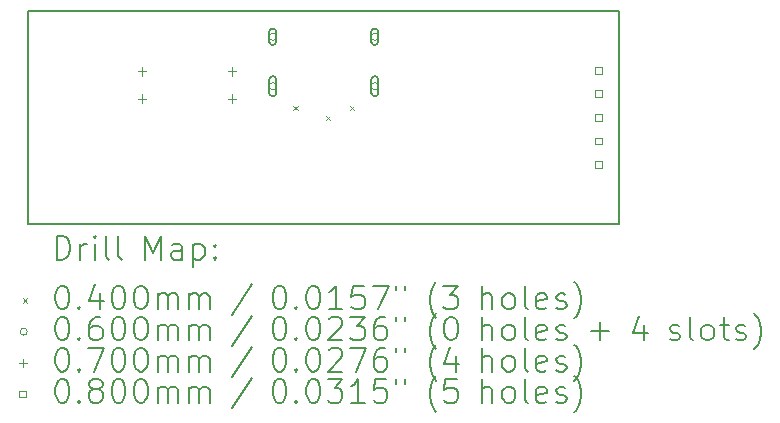
<source format=gbr>
%TF.GenerationSoftware,KiCad,Pcbnew,(7.0.0-0)*%
%TF.CreationDate,2023-08-09T13:50:22+02:00*%
%TF.ProjectId,shine-usb-c,7368696e-652d-4757-9362-2d632e6b6963,1*%
%TF.SameCoordinates,Original*%
%TF.FileFunction,Drillmap*%
%TF.FilePolarity,Positive*%
%FSLAX45Y45*%
G04 Gerber Fmt 4.5, Leading zero omitted, Abs format (unit mm)*
G04 Created by KiCad (PCBNEW (7.0.0-0)) date 2023-08-09 13:50:22*
%MOMM*%
%LPD*%
G01*
G04 APERTURE LIST*
%ADD10C,0.200000*%
%ADD11C,0.040000*%
%ADD12C,0.060000*%
%ADD13C,0.070000*%
%ADD14C,0.080000*%
G04 APERTURE END LIST*
D10*
X12800000Y-8700000D02*
X17800000Y-8700000D01*
X17800000Y-8700000D02*
X17800000Y-10500000D01*
X17800000Y-10500000D02*
X12800000Y-10500000D01*
X12800000Y-10500000D02*
X12800000Y-8700000D01*
D11*
X15040000Y-9500000D02*
X15080000Y-9540000D01*
X15080000Y-9500000D02*
X15040000Y-9540000D01*
X15316076Y-9583924D02*
X15356076Y-9623924D01*
X15356076Y-9583924D02*
X15316076Y-9623924D01*
X15520000Y-9500000D02*
X15560000Y-9540000D01*
X15560000Y-9500000D02*
X15520000Y-9540000D01*
D12*
X14898000Y-8917500D02*
G75*
G03*
X14898000Y-8917500I-30000J0D01*
G01*
D10*
X14838000Y-8877500D02*
X14838000Y-8957500D01*
X14838000Y-8957500D02*
G75*
G03*
X14898000Y-8957500I30000J0D01*
G01*
X14898000Y-8957500D02*
X14898000Y-8877500D01*
X14898000Y-8877500D02*
G75*
G03*
X14838000Y-8877500I-30000J0D01*
G01*
D12*
X14898000Y-9335500D02*
G75*
G03*
X14898000Y-9335500I-30000J0D01*
G01*
D10*
X14838000Y-9280500D02*
X14838000Y-9390500D01*
X14838000Y-9390500D02*
G75*
G03*
X14898000Y-9390500I30000J0D01*
G01*
X14898000Y-9390500D02*
X14898000Y-9280500D01*
X14898000Y-9280500D02*
G75*
G03*
X14838000Y-9280500I-30000J0D01*
G01*
D12*
X15762000Y-8917500D02*
G75*
G03*
X15762000Y-8917500I-30000J0D01*
G01*
D10*
X15702000Y-8877500D02*
X15702000Y-8957500D01*
X15702000Y-8957500D02*
G75*
G03*
X15762000Y-8957500I30000J0D01*
G01*
X15762000Y-8957500D02*
X15762000Y-8877500D01*
X15762000Y-8877500D02*
G75*
G03*
X15702000Y-8877500I-30000J0D01*
G01*
D12*
X15762000Y-9335500D02*
G75*
G03*
X15762000Y-9335500I-30000J0D01*
G01*
D10*
X15702000Y-9280500D02*
X15702000Y-9390500D01*
X15702000Y-9390500D02*
G75*
G03*
X15762000Y-9390500I30000J0D01*
G01*
X15762000Y-9390500D02*
X15762000Y-9280500D01*
X15762000Y-9280500D02*
G75*
G03*
X15702000Y-9280500I-30000J0D01*
G01*
D13*
X13759000Y-9175000D02*
X13759000Y-9245000D01*
X13724000Y-9210000D02*
X13794000Y-9210000D01*
X13759000Y-9405000D02*
X13759000Y-9475000D01*
X13724000Y-9440000D02*
X13794000Y-9440000D01*
X14521000Y-9175000D02*
X14521000Y-9245000D01*
X14486000Y-9210000D02*
X14556000Y-9210000D01*
X14521000Y-9405000D02*
X14521000Y-9475000D01*
X14486000Y-9440000D02*
X14556000Y-9440000D01*
D14*
X17653285Y-9228285D02*
X17653285Y-9171716D01*
X17596716Y-9171716D01*
X17596716Y-9228285D01*
X17653285Y-9228285D01*
X17653285Y-9428285D02*
X17653285Y-9371716D01*
X17596716Y-9371716D01*
X17596716Y-9428285D01*
X17653285Y-9428285D01*
X17653285Y-9628285D02*
X17653285Y-9571716D01*
X17596716Y-9571716D01*
X17596716Y-9628285D01*
X17653285Y-9628285D01*
X17653285Y-9828285D02*
X17653285Y-9771716D01*
X17596716Y-9771716D01*
X17596716Y-9828285D01*
X17653285Y-9828285D01*
X17653285Y-10028285D02*
X17653285Y-9971716D01*
X17596716Y-9971716D01*
X17596716Y-10028285D01*
X17653285Y-10028285D01*
D10*
X13037619Y-10803476D02*
X13037619Y-10603476D01*
X13037619Y-10603476D02*
X13085238Y-10603476D01*
X13085238Y-10603476D02*
X13113809Y-10613000D01*
X13113809Y-10613000D02*
X13132857Y-10632048D01*
X13132857Y-10632048D02*
X13142381Y-10651095D01*
X13142381Y-10651095D02*
X13151905Y-10689190D01*
X13151905Y-10689190D02*
X13151905Y-10717762D01*
X13151905Y-10717762D02*
X13142381Y-10755857D01*
X13142381Y-10755857D02*
X13132857Y-10774905D01*
X13132857Y-10774905D02*
X13113809Y-10793952D01*
X13113809Y-10793952D02*
X13085238Y-10803476D01*
X13085238Y-10803476D02*
X13037619Y-10803476D01*
X13237619Y-10803476D02*
X13237619Y-10670143D01*
X13237619Y-10708238D02*
X13247143Y-10689190D01*
X13247143Y-10689190D02*
X13256667Y-10679667D01*
X13256667Y-10679667D02*
X13275714Y-10670143D01*
X13275714Y-10670143D02*
X13294762Y-10670143D01*
X13361428Y-10803476D02*
X13361428Y-10670143D01*
X13361428Y-10603476D02*
X13351905Y-10613000D01*
X13351905Y-10613000D02*
X13361428Y-10622524D01*
X13361428Y-10622524D02*
X13370952Y-10613000D01*
X13370952Y-10613000D02*
X13361428Y-10603476D01*
X13361428Y-10603476D02*
X13361428Y-10622524D01*
X13485238Y-10803476D02*
X13466190Y-10793952D01*
X13466190Y-10793952D02*
X13456667Y-10774905D01*
X13456667Y-10774905D02*
X13456667Y-10603476D01*
X13590000Y-10803476D02*
X13570952Y-10793952D01*
X13570952Y-10793952D02*
X13561428Y-10774905D01*
X13561428Y-10774905D02*
X13561428Y-10603476D01*
X13786190Y-10803476D02*
X13786190Y-10603476D01*
X13786190Y-10603476D02*
X13852857Y-10746333D01*
X13852857Y-10746333D02*
X13919524Y-10603476D01*
X13919524Y-10603476D02*
X13919524Y-10803476D01*
X14100476Y-10803476D02*
X14100476Y-10698714D01*
X14100476Y-10698714D02*
X14090952Y-10679667D01*
X14090952Y-10679667D02*
X14071905Y-10670143D01*
X14071905Y-10670143D02*
X14033809Y-10670143D01*
X14033809Y-10670143D02*
X14014762Y-10679667D01*
X14100476Y-10793952D02*
X14081428Y-10803476D01*
X14081428Y-10803476D02*
X14033809Y-10803476D01*
X14033809Y-10803476D02*
X14014762Y-10793952D01*
X14014762Y-10793952D02*
X14005238Y-10774905D01*
X14005238Y-10774905D02*
X14005238Y-10755857D01*
X14005238Y-10755857D02*
X14014762Y-10736810D01*
X14014762Y-10736810D02*
X14033809Y-10727286D01*
X14033809Y-10727286D02*
X14081428Y-10727286D01*
X14081428Y-10727286D02*
X14100476Y-10717762D01*
X14195714Y-10670143D02*
X14195714Y-10870143D01*
X14195714Y-10679667D02*
X14214762Y-10670143D01*
X14214762Y-10670143D02*
X14252857Y-10670143D01*
X14252857Y-10670143D02*
X14271905Y-10679667D01*
X14271905Y-10679667D02*
X14281428Y-10689190D01*
X14281428Y-10689190D02*
X14290952Y-10708238D01*
X14290952Y-10708238D02*
X14290952Y-10765381D01*
X14290952Y-10765381D02*
X14281428Y-10784429D01*
X14281428Y-10784429D02*
X14271905Y-10793952D01*
X14271905Y-10793952D02*
X14252857Y-10803476D01*
X14252857Y-10803476D02*
X14214762Y-10803476D01*
X14214762Y-10803476D02*
X14195714Y-10793952D01*
X14376667Y-10784429D02*
X14386190Y-10793952D01*
X14386190Y-10793952D02*
X14376667Y-10803476D01*
X14376667Y-10803476D02*
X14367143Y-10793952D01*
X14367143Y-10793952D02*
X14376667Y-10784429D01*
X14376667Y-10784429D02*
X14376667Y-10803476D01*
X14376667Y-10679667D02*
X14386190Y-10689190D01*
X14386190Y-10689190D02*
X14376667Y-10698714D01*
X14376667Y-10698714D02*
X14367143Y-10689190D01*
X14367143Y-10689190D02*
X14376667Y-10679667D01*
X14376667Y-10679667D02*
X14376667Y-10698714D01*
D11*
X12750000Y-11130000D02*
X12790000Y-11170000D01*
X12790000Y-11130000D02*
X12750000Y-11170000D01*
D10*
X13075714Y-11023476D02*
X13094762Y-11023476D01*
X13094762Y-11023476D02*
X13113809Y-11033000D01*
X13113809Y-11033000D02*
X13123333Y-11042524D01*
X13123333Y-11042524D02*
X13132857Y-11061571D01*
X13132857Y-11061571D02*
X13142381Y-11099667D01*
X13142381Y-11099667D02*
X13142381Y-11147286D01*
X13142381Y-11147286D02*
X13132857Y-11185381D01*
X13132857Y-11185381D02*
X13123333Y-11204428D01*
X13123333Y-11204428D02*
X13113809Y-11213952D01*
X13113809Y-11213952D02*
X13094762Y-11223476D01*
X13094762Y-11223476D02*
X13075714Y-11223476D01*
X13075714Y-11223476D02*
X13056667Y-11213952D01*
X13056667Y-11213952D02*
X13047143Y-11204428D01*
X13047143Y-11204428D02*
X13037619Y-11185381D01*
X13037619Y-11185381D02*
X13028095Y-11147286D01*
X13028095Y-11147286D02*
X13028095Y-11099667D01*
X13028095Y-11099667D02*
X13037619Y-11061571D01*
X13037619Y-11061571D02*
X13047143Y-11042524D01*
X13047143Y-11042524D02*
X13056667Y-11033000D01*
X13056667Y-11033000D02*
X13075714Y-11023476D01*
X13228095Y-11204428D02*
X13237619Y-11213952D01*
X13237619Y-11213952D02*
X13228095Y-11223476D01*
X13228095Y-11223476D02*
X13218571Y-11213952D01*
X13218571Y-11213952D02*
X13228095Y-11204428D01*
X13228095Y-11204428D02*
X13228095Y-11223476D01*
X13409048Y-11090143D02*
X13409048Y-11223476D01*
X13361428Y-11013952D02*
X13313809Y-11156810D01*
X13313809Y-11156810D02*
X13437619Y-11156810D01*
X13551905Y-11023476D02*
X13570952Y-11023476D01*
X13570952Y-11023476D02*
X13590000Y-11033000D01*
X13590000Y-11033000D02*
X13599524Y-11042524D01*
X13599524Y-11042524D02*
X13609048Y-11061571D01*
X13609048Y-11061571D02*
X13618571Y-11099667D01*
X13618571Y-11099667D02*
X13618571Y-11147286D01*
X13618571Y-11147286D02*
X13609048Y-11185381D01*
X13609048Y-11185381D02*
X13599524Y-11204428D01*
X13599524Y-11204428D02*
X13590000Y-11213952D01*
X13590000Y-11213952D02*
X13570952Y-11223476D01*
X13570952Y-11223476D02*
X13551905Y-11223476D01*
X13551905Y-11223476D02*
X13532857Y-11213952D01*
X13532857Y-11213952D02*
X13523333Y-11204428D01*
X13523333Y-11204428D02*
X13513809Y-11185381D01*
X13513809Y-11185381D02*
X13504286Y-11147286D01*
X13504286Y-11147286D02*
X13504286Y-11099667D01*
X13504286Y-11099667D02*
X13513809Y-11061571D01*
X13513809Y-11061571D02*
X13523333Y-11042524D01*
X13523333Y-11042524D02*
X13532857Y-11033000D01*
X13532857Y-11033000D02*
X13551905Y-11023476D01*
X13742381Y-11023476D02*
X13761429Y-11023476D01*
X13761429Y-11023476D02*
X13780476Y-11033000D01*
X13780476Y-11033000D02*
X13790000Y-11042524D01*
X13790000Y-11042524D02*
X13799524Y-11061571D01*
X13799524Y-11061571D02*
X13809048Y-11099667D01*
X13809048Y-11099667D02*
X13809048Y-11147286D01*
X13809048Y-11147286D02*
X13799524Y-11185381D01*
X13799524Y-11185381D02*
X13790000Y-11204428D01*
X13790000Y-11204428D02*
X13780476Y-11213952D01*
X13780476Y-11213952D02*
X13761429Y-11223476D01*
X13761429Y-11223476D02*
X13742381Y-11223476D01*
X13742381Y-11223476D02*
X13723333Y-11213952D01*
X13723333Y-11213952D02*
X13713809Y-11204428D01*
X13713809Y-11204428D02*
X13704286Y-11185381D01*
X13704286Y-11185381D02*
X13694762Y-11147286D01*
X13694762Y-11147286D02*
X13694762Y-11099667D01*
X13694762Y-11099667D02*
X13704286Y-11061571D01*
X13704286Y-11061571D02*
X13713809Y-11042524D01*
X13713809Y-11042524D02*
X13723333Y-11033000D01*
X13723333Y-11033000D02*
X13742381Y-11023476D01*
X13894762Y-11223476D02*
X13894762Y-11090143D01*
X13894762Y-11109190D02*
X13904286Y-11099667D01*
X13904286Y-11099667D02*
X13923333Y-11090143D01*
X13923333Y-11090143D02*
X13951905Y-11090143D01*
X13951905Y-11090143D02*
X13970952Y-11099667D01*
X13970952Y-11099667D02*
X13980476Y-11118714D01*
X13980476Y-11118714D02*
X13980476Y-11223476D01*
X13980476Y-11118714D02*
X13990000Y-11099667D01*
X13990000Y-11099667D02*
X14009048Y-11090143D01*
X14009048Y-11090143D02*
X14037619Y-11090143D01*
X14037619Y-11090143D02*
X14056667Y-11099667D01*
X14056667Y-11099667D02*
X14066190Y-11118714D01*
X14066190Y-11118714D02*
X14066190Y-11223476D01*
X14161429Y-11223476D02*
X14161429Y-11090143D01*
X14161429Y-11109190D02*
X14170952Y-11099667D01*
X14170952Y-11099667D02*
X14190000Y-11090143D01*
X14190000Y-11090143D02*
X14218571Y-11090143D01*
X14218571Y-11090143D02*
X14237619Y-11099667D01*
X14237619Y-11099667D02*
X14247143Y-11118714D01*
X14247143Y-11118714D02*
X14247143Y-11223476D01*
X14247143Y-11118714D02*
X14256667Y-11099667D01*
X14256667Y-11099667D02*
X14275714Y-11090143D01*
X14275714Y-11090143D02*
X14304286Y-11090143D01*
X14304286Y-11090143D02*
X14323333Y-11099667D01*
X14323333Y-11099667D02*
X14332857Y-11118714D01*
X14332857Y-11118714D02*
X14332857Y-11223476D01*
X14690952Y-11013952D02*
X14519524Y-11271095D01*
X14915714Y-11023476D02*
X14934762Y-11023476D01*
X14934762Y-11023476D02*
X14953810Y-11033000D01*
X14953810Y-11033000D02*
X14963333Y-11042524D01*
X14963333Y-11042524D02*
X14972857Y-11061571D01*
X14972857Y-11061571D02*
X14982381Y-11099667D01*
X14982381Y-11099667D02*
X14982381Y-11147286D01*
X14982381Y-11147286D02*
X14972857Y-11185381D01*
X14972857Y-11185381D02*
X14963333Y-11204428D01*
X14963333Y-11204428D02*
X14953810Y-11213952D01*
X14953810Y-11213952D02*
X14934762Y-11223476D01*
X14934762Y-11223476D02*
X14915714Y-11223476D01*
X14915714Y-11223476D02*
X14896667Y-11213952D01*
X14896667Y-11213952D02*
X14887143Y-11204428D01*
X14887143Y-11204428D02*
X14877619Y-11185381D01*
X14877619Y-11185381D02*
X14868095Y-11147286D01*
X14868095Y-11147286D02*
X14868095Y-11099667D01*
X14868095Y-11099667D02*
X14877619Y-11061571D01*
X14877619Y-11061571D02*
X14887143Y-11042524D01*
X14887143Y-11042524D02*
X14896667Y-11033000D01*
X14896667Y-11033000D02*
X14915714Y-11023476D01*
X15068095Y-11204428D02*
X15077619Y-11213952D01*
X15077619Y-11213952D02*
X15068095Y-11223476D01*
X15068095Y-11223476D02*
X15058571Y-11213952D01*
X15058571Y-11213952D02*
X15068095Y-11204428D01*
X15068095Y-11204428D02*
X15068095Y-11223476D01*
X15201429Y-11023476D02*
X15220476Y-11023476D01*
X15220476Y-11023476D02*
X15239524Y-11033000D01*
X15239524Y-11033000D02*
X15249048Y-11042524D01*
X15249048Y-11042524D02*
X15258571Y-11061571D01*
X15258571Y-11061571D02*
X15268095Y-11099667D01*
X15268095Y-11099667D02*
X15268095Y-11147286D01*
X15268095Y-11147286D02*
X15258571Y-11185381D01*
X15258571Y-11185381D02*
X15249048Y-11204428D01*
X15249048Y-11204428D02*
X15239524Y-11213952D01*
X15239524Y-11213952D02*
X15220476Y-11223476D01*
X15220476Y-11223476D02*
X15201429Y-11223476D01*
X15201429Y-11223476D02*
X15182381Y-11213952D01*
X15182381Y-11213952D02*
X15172857Y-11204428D01*
X15172857Y-11204428D02*
X15163333Y-11185381D01*
X15163333Y-11185381D02*
X15153810Y-11147286D01*
X15153810Y-11147286D02*
X15153810Y-11099667D01*
X15153810Y-11099667D02*
X15163333Y-11061571D01*
X15163333Y-11061571D02*
X15172857Y-11042524D01*
X15172857Y-11042524D02*
X15182381Y-11033000D01*
X15182381Y-11033000D02*
X15201429Y-11023476D01*
X15458571Y-11223476D02*
X15344286Y-11223476D01*
X15401429Y-11223476D02*
X15401429Y-11023476D01*
X15401429Y-11023476D02*
X15382381Y-11052048D01*
X15382381Y-11052048D02*
X15363333Y-11071095D01*
X15363333Y-11071095D02*
X15344286Y-11080619D01*
X15639524Y-11023476D02*
X15544286Y-11023476D01*
X15544286Y-11023476D02*
X15534762Y-11118714D01*
X15534762Y-11118714D02*
X15544286Y-11109190D01*
X15544286Y-11109190D02*
X15563333Y-11099667D01*
X15563333Y-11099667D02*
X15610952Y-11099667D01*
X15610952Y-11099667D02*
X15630000Y-11109190D01*
X15630000Y-11109190D02*
X15639524Y-11118714D01*
X15639524Y-11118714D02*
X15649048Y-11137762D01*
X15649048Y-11137762D02*
X15649048Y-11185381D01*
X15649048Y-11185381D02*
X15639524Y-11204428D01*
X15639524Y-11204428D02*
X15630000Y-11213952D01*
X15630000Y-11213952D02*
X15610952Y-11223476D01*
X15610952Y-11223476D02*
X15563333Y-11223476D01*
X15563333Y-11223476D02*
X15544286Y-11213952D01*
X15544286Y-11213952D02*
X15534762Y-11204428D01*
X15715714Y-11023476D02*
X15849048Y-11023476D01*
X15849048Y-11023476D02*
X15763333Y-11223476D01*
X15915714Y-11023476D02*
X15915714Y-11061571D01*
X15991905Y-11023476D02*
X15991905Y-11061571D01*
X16254762Y-11299667D02*
X16245238Y-11290143D01*
X16245238Y-11290143D02*
X16226191Y-11261571D01*
X16226191Y-11261571D02*
X16216667Y-11242524D01*
X16216667Y-11242524D02*
X16207143Y-11213952D01*
X16207143Y-11213952D02*
X16197619Y-11166333D01*
X16197619Y-11166333D02*
X16197619Y-11128238D01*
X16197619Y-11128238D02*
X16207143Y-11080619D01*
X16207143Y-11080619D02*
X16216667Y-11052048D01*
X16216667Y-11052048D02*
X16226191Y-11033000D01*
X16226191Y-11033000D02*
X16245238Y-11004429D01*
X16245238Y-11004429D02*
X16254762Y-10994905D01*
X16311905Y-11023476D02*
X16435714Y-11023476D01*
X16435714Y-11023476D02*
X16369048Y-11099667D01*
X16369048Y-11099667D02*
X16397619Y-11099667D01*
X16397619Y-11099667D02*
X16416667Y-11109190D01*
X16416667Y-11109190D02*
X16426191Y-11118714D01*
X16426191Y-11118714D02*
X16435714Y-11137762D01*
X16435714Y-11137762D02*
X16435714Y-11185381D01*
X16435714Y-11185381D02*
X16426191Y-11204428D01*
X16426191Y-11204428D02*
X16416667Y-11213952D01*
X16416667Y-11213952D02*
X16397619Y-11223476D01*
X16397619Y-11223476D02*
X16340476Y-11223476D01*
X16340476Y-11223476D02*
X16321429Y-11213952D01*
X16321429Y-11213952D02*
X16311905Y-11204428D01*
X16641429Y-11223476D02*
X16641429Y-11023476D01*
X16727143Y-11223476D02*
X16727143Y-11118714D01*
X16727143Y-11118714D02*
X16717619Y-11099667D01*
X16717619Y-11099667D02*
X16698572Y-11090143D01*
X16698572Y-11090143D02*
X16670000Y-11090143D01*
X16670000Y-11090143D02*
X16650952Y-11099667D01*
X16650952Y-11099667D02*
X16641429Y-11109190D01*
X16850953Y-11223476D02*
X16831905Y-11213952D01*
X16831905Y-11213952D02*
X16822381Y-11204428D01*
X16822381Y-11204428D02*
X16812857Y-11185381D01*
X16812857Y-11185381D02*
X16812857Y-11128238D01*
X16812857Y-11128238D02*
X16822381Y-11109190D01*
X16822381Y-11109190D02*
X16831905Y-11099667D01*
X16831905Y-11099667D02*
X16850953Y-11090143D01*
X16850953Y-11090143D02*
X16879524Y-11090143D01*
X16879524Y-11090143D02*
X16898572Y-11099667D01*
X16898572Y-11099667D02*
X16908095Y-11109190D01*
X16908095Y-11109190D02*
X16917619Y-11128238D01*
X16917619Y-11128238D02*
X16917619Y-11185381D01*
X16917619Y-11185381D02*
X16908095Y-11204428D01*
X16908095Y-11204428D02*
X16898572Y-11213952D01*
X16898572Y-11213952D02*
X16879524Y-11223476D01*
X16879524Y-11223476D02*
X16850953Y-11223476D01*
X17031905Y-11223476D02*
X17012857Y-11213952D01*
X17012857Y-11213952D02*
X17003334Y-11194905D01*
X17003334Y-11194905D02*
X17003334Y-11023476D01*
X17184286Y-11213952D02*
X17165238Y-11223476D01*
X17165238Y-11223476D02*
X17127143Y-11223476D01*
X17127143Y-11223476D02*
X17108095Y-11213952D01*
X17108095Y-11213952D02*
X17098572Y-11194905D01*
X17098572Y-11194905D02*
X17098572Y-11118714D01*
X17098572Y-11118714D02*
X17108095Y-11099667D01*
X17108095Y-11099667D02*
X17127143Y-11090143D01*
X17127143Y-11090143D02*
X17165238Y-11090143D01*
X17165238Y-11090143D02*
X17184286Y-11099667D01*
X17184286Y-11099667D02*
X17193810Y-11118714D01*
X17193810Y-11118714D02*
X17193810Y-11137762D01*
X17193810Y-11137762D02*
X17098572Y-11156810D01*
X17270000Y-11213952D02*
X17289048Y-11223476D01*
X17289048Y-11223476D02*
X17327143Y-11223476D01*
X17327143Y-11223476D02*
X17346191Y-11213952D01*
X17346191Y-11213952D02*
X17355715Y-11194905D01*
X17355715Y-11194905D02*
X17355715Y-11185381D01*
X17355715Y-11185381D02*
X17346191Y-11166333D01*
X17346191Y-11166333D02*
X17327143Y-11156810D01*
X17327143Y-11156810D02*
X17298572Y-11156810D01*
X17298572Y-11156810D02*
X17279524Y-11147286D01*
X17279524Y-11147286D02*
X17270000Y-11128238D01*
X17270000Y-11128238D02*
X17270000Y-11118714D01*
X17270000Y-11118714D02*
X17279524Y-11099667D01*
X17279524Y-11099667D02*
X17298572Y-11090143D01*
X17298572Y-11090143D02*
X17327143Y-11090143D01*
X17327143Y-11090143D02*
X17346191Y-11099667D01*
X17422381Y-11299667D02*
X17431905Y-11290143D01*
X17431905Y-11290143D02*
X17450953Y-11261571D01*
X17450953Y-11261571D02*
X17460476Y-11242524D01*
X17460476Y-11242524D02*
X17470000Y-11213952D01*
X17470000Y-11213952D02*
X17479524Y-11166333D01*
X17479524Y-11166333D02*
X17479524Y-11128238D01*
X17479524Y-11128238D02*
X17470000Y-11080619D01*
X17470000Y-11080619D02*
X17460476Y-11052048D01*
X17460476Y-11052048D02*
X17450953Y-11033000D01*
X17450953Y-11033000D02*
X17431905Y-11004429D01*
X17431905Y-11004429D02*
X17422381Y-10994905D01*
D12*
X12790000Y-11414000D02*
G75*
G03*
X12790000Y-11414000I-30000J0D01*
G01*
D10*
X13075714Y-11287476D02*
X13094762Y-11287476D01*
X13094762Y-11287476D02*
X13113809Y-11297000D01*
X13113809Y-11297000D02*
X13123333Y-11306524D01*
X13123333Y-11306524D02*
X13132857Y-11325571D01*
X13132857Y-11325571D02*
X13142381Y-11363667D01*
X13142381Y-11363667D02*
X13142381Y-11411286D01*
X13142381Y-11411286D02*
X13132857Y-11449381D01*
X13132857Y-11449381D02*
X13123333Y-11468428D01*
X13123333Y-11468428D02*
X13113809Y-11477952D01*
X13113809Y-11477952D02*
X13094762Y-11487476D01*
X13094762Y-11487476D02*
X13075714Y-11487476D01*
X13075714Y-11487476D02*
X13056667Y-11477952D01*
X13056667Y-11477952D02*
X13047143Y-11468428D01*
X13047143Y-11468428D02*
X13037619Y-11449381D01*
X13037619Y-11449381D02*
X13028095Y-11411286D01*
X13028095Y-11411286D02*
X13028095Y-11363667D01*
X13028095Y-11363667D02*
X13037619Y-11325571D01*
X13037619Y-11325571D02*
X13047143Y-11306524D01*
X13047143Y-11306524D02*
X13056667Y-11297000D01*
X13056667Y-11297000D02*
X13075714Y-11287476D01*
X13228095Y-11468428D02*
X13237619Y-11477952D01*
X13237619Y-11477952D02*
X13228095Y-11487476D01*
X13228095Y-11487476D02*
X13218571Y-11477952D01*
X13218571Y-11477952D02*
X13228095Y-11468428D01*
X13228095Y-11468428D02*
X13228095Y-11487476D01*
X13409048Y-11287476D02*
X13370952Y-11287476D01*
X13370952Y-11287476D02*
X13351905Y-11297000D01*
X13351905Y-11297000D02*
X13342381Y-11306524D01*
X13342381Y-11306524D02*
X13323333Y-11335095D01*
X13323333Y-11335095D02*
X13313809Y-11373190D01*
X13313809Y-11373190D02*
X13313809Y-11449381D01*
X13313809Y-11449381D02*
X13323333Y-11468428D01*
X13323333Y-11468428D02*
X13332857Y-11477952D01*
X13332857Y-11477952D02*
X13351905Y-11487476D01*
X13351905Y-11487476D02*
X13390000Y-11487476D01*
X13390000Y-11487476D02*
X13409048Y-11477952D01*
X13409048Y-11477952D02*
X13418571Y-11468428D01*
X13418571Y-11468428D02*
X13428095Y-11449381D01*
X13428095Y-11449381D02*
X13428095Y-11401762D01*
X13428095Y-11401762D02*
X13418571Y-11382714D01*
X13418571Y-11382714D02*
X13409048Y-11373190D01*
X13409048Y-11373190D02*
X13390000Y-11363667D01*
X13390000Y-11363667D02*
X13351905Y-11363667D01*
X13351905Y-11363667D02*
X13332857Y-11373190D01*
X13332857Y-11373190D02*
X13323333Y-11382714D01*
X13323333Y-11382714D02*
X13313809Y-11401762D01*
X13551905Y-11287476D02*
X13570952Y-11287476D01*
X13570952Y-11287476D02*
X13590000Y-11297000D01*
X13590000Y-11297000D02*
X13599524Y-11306524D01*
X13599524Y-11306524D02*
X13609048Y-11325571D01*
X13609048Y-11325571D02*
X13618571Y-11363667D01*
X13618571Y-11363667D02*
X13618571Y-11411286D01*
X13618571Y-11411286D02*
X13609048Y-11449381D01*
X13609048Y-11449381D02*
X13599524Y-11468428D01*
X13599524Y-11468428D02*
X13590000Y-11477952D01*
X13590000Y-11477952D02*
X13570952Y-11487476D01*
X13570952Y-11487476D02*
X13551905Y-11487476D01*
X13551905Y-11487476D02*
X13532857Y-11477952D01*
X13532857Y-11477952D02*
X13523333Y-11468428D01*
X13523333Y-11468428D02*
X13513809Y-11449381D01*
X13513809Y-11449381D02*
X13504286Y-11411286D01*
X13504286Y-11411286D02*
X13504286Y-11363667D01*
X13504286Y-11363667D02*
X13513809Y-11325571D01*
X13513809Y-11325571D02*
X13523333Y-11306524D01*
X13523333Y-11306524D02*
X13532857Y-11297000D01*
X13532857Y-11297000D02*
X13551905Y-11287476D01*
X13742381Y-11287476D02*
X13761429Y-11287476D01*
X13761429Y-11287476D02*
X13780476Y-11297000D01*
X13780476Y-11297000D02*
X13790000Y-11306524D01*
X13790000Y-11306524D02*
X13799524Y-11325571D01*
X13799524Y-11325571D02*
X13809048Y-11363667D01*
X13809048Y-11363667D02*
X13809048Y-11411286D01*
X13809048Y-11411286D02*
X13799524Y-11449381D01*
X13799524Y-11449381D02*
X13790000Y-11468428D01*
X13790000Y-11468428D02*
X13780476Y-11477952D01*
X13780476Y-11477952D02*
X13761429Y-11487476D01*
X13761429Y-11487476D02*
X13742381Y-11487476D01*
X13742381Y-11487476D02*
X13723333Y-11477952D01*
X13723333Y-11477952D02*
X13713809Y-11468428D01*
X13713809Y-11468428D02*
X13704286Y-11449381D01*
X13704286Y-11449381D02*
X13694762Y-11411286D01*
X13694762Y-11411286D02*
X13694762Y-11363667D01*
X13694762Y-11363667D02*
X13704286Y-11325571D01*
X13704286Y-11325571D02*
X13713809Y-11306524D01*
X13713809Y-11306524D02*
X13723333Y-11297000D01*
X13723333Y-11297000D02*
X13742381Y-11287476D01*
X13894762Y-11487476D02*
X13894762Y-11354143D01*
X13894762Y-11373190D02*
X13904286Y-11363667D01*
X13904286Y-11363667D02*
X13923333Y-11354143D01*
X13923333Y-11354143D02*
X13951905Y-11354143D01*
X13951905Y-11354143D02*
X13970952Y-11363667D01*
X13970952Y-11363667D02*
X13980476Y-11382714D01*
X13980476Y-11382714D02*
X13980476Y-11487476D01*
X13980476Y-11382714D02*
X13990000Y-11363667D01*
X13990000Y-11363667D02*
X14009048Y-11354143D01*
X14009048Y-11354143D02*
X14037619Y-11354143D01*
X14037619Y-11354143D02*
X14056667Y-11363667D01*
X14056667Y-11363667D02*
X14066190Y-11382714D01*
X14066190Y-11382714D02*
X14066190Y-11487476D01*
X14161429Y-11487476D02*
X14161429Y-11354143D01*
X14161429Y-11373190D02*
X14170952Y-11363667D01*
X14170952Y-11363667D02*
X14190000Y-11354143D01*
X14190000Y-11354143D02*
X14218571Y-11354143D01*
X14218571Y-11354143D02*
X14237619Y-11363667D01*
X14237619Y-11363667D02*
X14247143Y-11382714D01*
X14247143Y-11382714D02*
X14247143Y-11487476D01*
X14247143Y-11382714D02*
X14256667Y-11363667D01*
X14256667Y-11363667D02*
X14275714Y-11354143D01*
X14275714Y-11354143D02*
X14304286Y-11354143D01*
X14304286Y-11354143D02*
X14323333Y-11363667D01*
X14323333Y-11363667D02*
X14332857Y-11382714D01*
X14332857Y-11382714D02*
X14332857Y-11487476D01*
X14690952Y-11277952D02*
X14519524Y-11535095D01*
X14915714Y-11287476D02*
X14934762Y-11287476D01*
X14934762Y-11287476D02*
X14953810Y-11297000D01*
X14953810Y-11297000D02*
X14963333Y-11306524D01*
X14963333Y-11306524D02*
X14972857Y-11325571D01*
X14972857Y-11325571D02*
X14982381Y-11363667D01*
X14982381Y-11363667D02*
X14982381Y-11411286D01*
X14982381Y-11411286D02*
X14972857Y-11449381D01*
X14972857Y-11449381D02*
X14963333Y-11468428D01*
X14963333Y-11468428D02*
X14953810Y-11477952D01*
X14953810Y-11477952D02*
X14934762Y-11487476D01*
X14934762Y-11487476D02*
X14915714Y-11487476D01*
X14915714Y-11487476D02*
X14896667Y-11477952D01*
X14896667Y-11477952D02*
X14887143Y-11468428D01*
X14887143Y-11468428D02*
X14877619Y-11449381D01*
X14877619Y-11449381D02*
X14868095Y-11411286D01*
X14868095Y-11411286D02*
X14868095Y-11363667D01*
X14868095Y-11363667D02*
X14877619Y-11325571D01*
X14877619Y-11325571D02*
X14887143Y-11306524D01*
X14887143Y-11306524D02*
X14896667Y-11297000D01*
X14896667Y-11297000D02*
X14915714Y-11287476D01*
X15068095Y-11468428D02*
X15077619Y-11477952D01*
X15077619Y-11477952D02*
X15068095Y-11487476D01*
X15068095Y-11487476D02*
X15058571Y-11477952D01*
X15058571Y-11477952D02*
X15068095Y-11468428D01*
X15068095Y-11468428D02*
X15068095Y-11487476D01*
X15201429Y-11287476D02*
X15220476Y-11287476D01*
X15220476Y-11287476D02*
X15239524Y-11297000D01*
X15239524Y-11297000D02*
X15249048Y-11306524D01*
X15249048Y-11306524D02*
X15258571Y-11325571D01*
X15258571Y-11325571D02*
X15268095Y-11363667D01*
X15268095Y-11363667D02*
X15268095Y-11411286D01*
X15268095Y-11411286D02*
X15258571Y-11449381D01*
X15258571Y-11449381D02*
X15249048Y-11468428D01*
X15249048Y-11468428D02*
X15239524Y-11477952D01*
X15239524Y-11477952D02*
X15220476Y-11487476D01*
X15220476Y-11487476D02*
X15201429Y-11487476D01*
X15201429Y-11487476D02*
X15182381Y-11477952D01*
X15182381Y-11477952D02*
X15172857Y-11468428D01*
X15172857Y-11468428D02*
X15163333Y-11449381D01*
X15163333Y-11449381D02*
X15153810Y-11411286D01*
X15153810Y-11411286D02*
X15153810Y-11363667D01*
X15153810Y-11363667D02*
X15163333Y-11325571D01*
X15163333Y-11325571D02*
X15172857Y-11306524D01*
X15172857Y-11306524D02*
X15182381Y-11297000D01*
X15182381Y-11297000D02*
X15201429Y-11287476D01*
X15344286Y-11306524D02*
X15353810Y-11297000D01*
X15353810Y-11297000D02*
X15372857Y-11287476D01*
X15372857Y-11287476D02*
X15420476Y-11287476D01*
X15420476Y-11287476D02*
X15439524Y-11297000D01*
X15439524Y-11297000D02*
X15449048Y-11306524D01*
X15449048Y-11306524D02*
X15458571Y-11325571D01*
X15458571Y-11325571D02*
X15458571Y-11344619D01*
X15458571Y-11344619D02*
X15449048Y-11373190D01*
X15449048Y-11373190D02*
X15334762Y-11487476D01*
X15334762Y-11487476D02*
X15458571Y-11487476D01*
X15525238Y-11287476D02*
X15649048Y-11287476D01*
X15649048Y-11287476D02*
X15582381Y-11363667D01*
X15582381Y-11363667D02*
X15610952Y-11363667D01*
X15610952Y-11363667D02*
X15630000Y-11373190D01*
X15630000Y-11373190D02*
X15639524Y-11382714D01*
X15639524Y-11382714D02*
X15649048Y-11401762D01*
X15649048Y-11401762D02*
X15649048Y-11449381D01*
X15649048Y-11449381D02*
X15639524Y-11468428D01*
X15639524Y-11468428D02*
X15630000Y-11477952D01*
X15630000Y-11477952D02*
X15610952Y-11487476D01*
X15610952Y-11487476D02*
X15553810Y-11487476D01*
X15553810Y-11487476D02*
X15534762Y-11477952D01*
X15534762Y-11477952D02*
X15525238Y-11468428D01*
X15820476Y-11287476D02*
X15782381Y-11287476D01*
X15782381Y-11287476D02*
X15763333Y-11297000D01*
X15763333Y-11297000D02*
X15753810Y-11306524D01*
X15753810Y-11306524D02*
X15734762Y-11335095D01*
X15734762Y-11335095D02*
X15725238Y-11373190D01*
X15725238Y-11373190D02*
X15725238Y-11449381D01*
X15725238Y-11449381D02*
X15734762Y-11468428D01*
X15734762Y-11468428D02*
X15744286Y-11477952D01*
X15744286Y-11477952D02*
X15763333Y-11487476D01*
X15763333Y-11487476D02*
X15801429Y-11487476D01*
X15801429Y-11487476D02*
X15820476Y-11477952D01*
X15820476Y-11477952D02*
X15830000Y-11468428D01*
X15830000Y-11468428D02*
X15839524Y-11449381D01*
X15839524Y-11449381D02*
X15839524Y-11401762D01*
X15839524Y-11401762D02*
X15830000Y-11382714D01*
X15830000Y-11382714D02*
X15820476Y-11373190D01*
X15820476Y-11373190D02*
X15801429Y-11363667D01*
X15801429Y-11363667D02*
X15763333Y-11363667D01*
X15763333Y-11363667D02*
X15744286Y-11373190D01*
X15744286Y-11373190D02*
X15734762Y-11382714D01*
X15734762Y-11382714D02*
X15725238Y-11401762D01*
X15915714Y-11287476D02*
X15915714Y-11325571D01*
X15991905Y-11287476D02*
X15991905Y-11325571D01*
X16254762Y-11563667D02*
X16245238Y-11554143D01*
X16245238Y-11554143D02*
X16226191Y-11525571D01*
X16226191Y-11525571D02*
X16216667Y-11506524D01*
X16216667Y-11506524D02*
X16207143Y-11477952D01*
X16207143Y-11477952D02*
X16197619Y-11430333D01*
X16197619Y-11430333D02*
X16197619Y-11392238D01*
X16197619Y-11392238D02*
X16207143Y-11344619D01*
X16207143Y-11344619D02*
X16216667Y-11316048D01*
X16216667Y-11316048D02*
X16226191Y-11297000D01*
X16226191Y-11297000D02*
X16245238Y-11268428D01*
X16245238Y-11268428D02*
X16254762Y-11258905D01*
X16369048Y-11287476D02*
X16388095Y-11287476D01*
X16388095Y-11287476D02*
X16407143Y-11297000D01*
X16407143Y-11297000D02*
X16416667Y-11306524D01*
X16416667Y-11306524D02*
X16426191Y-11325571D01*
X16426191Y-11325571D02*
X16435714Y-11363667D01*
X16435714Y-11363667D02*
X16435714Y-11411286D01*
X16435714Y-11411286D02*
X16426191Y-11449381D01*
X16426191Y-11449381D02*
X16416667Y-11468428D01*
X16416667Y-11468428D02*
X16407143Y-11477952D01*
X16407143Y-11477952D02*
X16388095Y-11487476D01*
X16388095Y-11487476D02*
X16369048Y-11487476D01*
X16369048Y-11487476D02*
X16350000Y-11477952D01*
X16350000Y-11477952D02*
X16340476Y-11468428D01*
X16340476Y-11468428D02*
X16330952Y-11449381D01*
X16330952Y-11449381D02*
X16321429Y-11411286D01*
X16321429Y-11411286D02*
X16321429Y-11363667D01*
X16321429Y-11363667D02*
X16330952Y-11325571D01*
X16330952Y-11325571D02*
X16340476Y-11306524D01*
X16340476Y-11306524D02*
X16350000Y-11297000D01*
X16350000Y-11297000D02*
X16369048Y-11287476D01*
X16641429Y-11487476D02*
X16641429Y-11287476D01*
X16727143Y-11487476D02*
X16727143Y-11382714D01*
X16727143Y-11382714D02*
X16717619Y-11363667D01*
X16717619Y-11363667D02*
X16698572Y-11354143D01*
X16698572Y-11354143D02*
X16670000Y-11354143D01*
X16670000Y-11354143D02*
X16650952Y-11363667D01*
X16650952Y-11363667D02*
X16641429Y-11373190D01*
X16850953Y-11487476D02*
X16831905Y-11477952D01*
X16831905Y-11477952D02*
X16822381Y-11468428D01*
X16822381Y-11468428D02*
X16812857Y-11449381D01*
X16812857Y-11449381D02*
X16812857Y-11392238D01*
X16812857Y-11392238D02*
X16822381Y-11373190D01*
X16822381Y-11373190D02*
X16831905Y-11363667D01*
X16831905Y-11363667D02*
X16850953Y-11354143D01*
X16850953Y-11354143D02*
X16879524Y-11354143D01*
X16879524Y-11354143D02*
X16898572Y-11363667D01*
X16898572Y-11363667D02*
X16908095Y-11373190D01*
X16908095Y-11373190D02*
X16917619Y-11392238D01*
X16917619Y-11392238D02*
X16917619Y-11449381D01*
X16917619Y-11449381D02*
X16908095Y-11468428D01*
X16908095Y-11468428D02*
X16898572Y-11477952D01*
X16898572Y-11477952D02*
X16879524Y-11487476D01*
X16879524Y-11487476D02*
X16850953Y-11487476D01*
X17031905Y-11487476D02*
X17012857Y-11477952D01*
X17012857Y-11477952D02*
X17003334Y-11458905D01*
X17003334Y-11458905D02*
X17003334Y-11287476D01*
X17184286Y-11477952D02*
X17165238Y-11487476D01*
X17165238Y-11487476D02*
X17127143Y-11487476D01*
X17127143Y-11487476D02*
X17108095Y-11477952D01*
X17108095Y-11477952D02*
X17098572Y-11458905D01*
X17098572Y-11458905D02*
X17098572Y-11382714D01*
X17098572Y-11382714D02*
X17108095Y-11363667D01*
X17108095Y-11363667D02*
X17127143Y-11354143D01*
X17127143Y-11354143D02*
X17165238Y-11354143D01*
X17165238Y-11354143D02*
X17184286Y-11363667D01*
X17184286Y-11363667D02*
X17193810Y-11382714D01*
X17193810Y-11382714D02*
X17193810Y-11401762D01*
X17193810Y-11401762D02*
X17098572Y-11420809D01*
X17270000Y-11477952D02*
X17289048Y-11487476D01*
X17289048Y-11487476D02*
X17327143Y-11487476D01*
X17327143Y-11487476D02*
X17346191Y-11477952D01*
X17346191Y-11477952D02*
X17355715Y-11458905D01*
X17355715Y-11458905D02*
X17355715Y-11449381D01*
X17355715Y-11449381D02*
X17346191Y-11430333D01*
X17346191Y-11430333D02*
X17327143Y-11420809D01*
X17327143Y-11420809D02*
X17298572Y-11420809D01*
X17298572Y-11420809D02*
X17279524Y-11411286D01*
X17279524Y-11411286D02*
X17270000Y-11392238D01*
X17270000Y-11392238D02*
X17270000Y-11382714D01*
X17270000Y-11382714D02*
X17279524Y-11363667D01*
X17279524Y-11363667D02*
X17298572Y-11354143D01*
X17298572Y-11354143D02*
X17327143Y-11354143D01*
X17327143Y-11354143D02*
X17346191Y-11363667D01*
X17561429Y-11411286D02*
X17713810Y-11411286D01*
X17637619Y-11487476D02*
X17637619Y-11335095D01*
X18014762Y-11354143D02*
X18014762Y-11487476D01*
X17967143Y-11277952D02*
X17919524Y-11420809D01*
X17919524Y-11420809D02*
X18043334Y-11420809D01*
X18230000Y-11477952D02*
X18249048Y-11487476D01*
X18249048Y-11487476D02*
X18287143Y-11487476D01*
X18287143Y-11487476D02*
X18306191Y-11477952D01*
X18306191Y-11477952D02*
X18315715Y-11458905D01*
X18315715Y-11458905D02*
X18315715Y-11449381D01*
X18315715Y-11449381D02*
X18306191Y-11430333D01*
X18306191Y-11430333D02*
X18287143Y-11420809D01*
X18287143Y-11420809D02*
X18258572Y-11420809D01*
X18258572Y-11420809D02*
X18239524Y-11411286D01*
X18239524Y-11411286D02*
X18230000Y-11392238D01*
X18230000Y-11392238D02*
X18230000Y-11382714D01*
X18230000Y-11382714D02*
X18239524Y-11363667D01*
X18239524Y-11363667D02*
X18258572Y-11354143D01*
X18258572Y-11354143D02*
X18287143Y-11354143D01*
X18287143Y-11354143D02*
X18306191Y-11363667D01*
X18430000Y-11487476D02*
X18410953Y-11477952D01*
X18410953Y-11477952D02*
X18401429Y-11458905D01*
X18401429Y-11458905D02*
X18401429Y-11287476D01*
X18534762Y-11487476D02*
X18515715Y-11477952D01*
X18515715Y-11477952D02*
X18506191Y-11468428D01*
X18506191Y-11468428D02*
X18496667Y-11449381D01*
X18496667Y-11449381D02*
X18496667Y-11392238D01*
X18496667Y-11392238D02*
X18506191Y-11373190D01*
X18506191Y-11373190D02*
X18515715Y-11363667D01*
X18515715Y-11363667D02*
X18534762Y-11354143D01*
X18534762Y-11354143D02*
X18563334Y-11354143D01*
X18563334Y-11354143D02*
X18582381Y-11363667D01*
X18582381Y-11363667D02*
X18591905Y-11373190D01*
X18591905Y-11373190D02*
X18601429Y-11392238D01*
X18601429Y-11392238D02*
X18601429Y-11449381D01*
X18601429Y-11449381D02*
X18591905Y-11468428D01*
X18591905Y-11468428D02*
X18582381Y-11477952D01*
X18582381Y-11477952D02*
X18563334Y-11487476D01*
X18563334Y-11487476D02*
X18534762Y-11487476D01*
X18658572Y-11354143D02*
X18734762Y-11354143D01*
X18687143Y-11287476D02*
X18687143Y-11458905D01*
X18687143Y-11458905D02*
X18696667Y-11477952D01*
X18696667Y-11477952D02*
X18715715Y-11487476D01*
X18715715Y-11487476D02*
X18734762Y-11487476D01*
X18791905Y-11477952D02*
X18810953Y-11487476D01*
X18810953Y-11487476D02*
X18849048Y-11487476D01*
X18849048Y-11487476D02*
X18868096Y-11477952D01*
X18868096Y-11477952D02*
X18877619Y-11458905D01*
X18877619Y-11458905D02*
X18877619Y-11449381D01*
X18877619Y-11449381D02*
X18868096Y-11430333D01*
X18868096Y-11430333D02*
X18849048Y-11420809D01*
X18849048Y-11420809D02*
X18820476Y-11420809D01*
X18820476Y-11420809D02*
X18801429Y-11411286D01*
X18801429Y-11411286D02*
X18791905Y-11392238D01*
X18791905Y-11392238D02*
X18791905Y-11382714D01*
X18791905Y-11382714D02*
X18801429Y-11363667D01*
X18801429Y-11363667D02*
X18820476Y-11354143D01*
X18820476Y-11354143D02*
X18849048Y-11354143D01*
X18849048Y-11354143D02*
X18868096Y-11363667D01*
X18944286Y-11563667D02*
X18953810Y-11554143D01*
X18953810Y-11554143D02*
X18972857Y-11525571D01*
X18972857Y-11525571D02*
X18982381Y-11506524D01*
X18982381Y-11506524D02*
X18991905Y-11477952D01*
X18991905Y-11477952D02*
X19001429Y-11430333D01*
X19001429Y-11430333D02*
X19001429Y-11392238D01*
X19001429Y-11392238D02*
X18991905Y-11344619D01*
X18991905Y-11344619D02*
X18982381Y-11316048D01*
X18982381Y-11316048D02*
X18972857Y-11297000D01*
X18972857Y-11297000D02*
X18953810Y-11268428D01*
X18953810Y-11268428D02*
X18944286Y-11258905D01*
D13*
X12755000Y-11643000D02*
X12755000Y-11713000D01*
X12720000Y-11678000D02*
X12790000Y-11678000D01*
D10*
X13075714Y-11551476D02*
X13094762Y-11551476D01*
X13094762Y-11551476D02*
X13113809Y-11561000D01*
X13113809Y-11561000D02*
X13123333Y-11570524D01*
X13123333Y-11570524D02*
X13132857Y-11589571D01*
X13132857Y-11589571D02*
X13142381Y-11627667D01*
X13142381Y-11627667D02*
X13142381Y-11675286D01*
X13142381Y-11675286D02*
X13132857Y-11713381D01*
X13132857Y-11713381D02*
X13123333Y-11732428D01*
X13123333Y-11732428D02*
X13113809Y-11741952D01*
X13113809Y-11741952D02*
X13094762Y-11751476D01*
X13094762Y-11751476D02*
X13075714Y-11751476D01*
X13075714Y-11751476D02*
X13056667Y-11741952D01*
X13056667Y-11741952D02*
X13047143Y-11732428D01*
X13047143Y-11732428D02*
X13037619Y-11713381D01*
X13037619Y-11713381D02*
X13028095Y-11675286D01*
X13028095Y-11675286D02*
X13028095Y-11627667D01*
X13028095Y-11627667D02*
X13037619Y-11589571D01*
X13037619Y-11589571D02*
X13047143Y-11570524D01*
X13047143Y-11570524D02*
X13056667Y-11561000D01*
X13056667Y-11561000D02*
X13075714Y-11551476D01*
X13228095Y-11732428D02*
X13237619Y-11741952D01*
X13237619Y-11741952D02*
X13228095Y-11751476D01*
X13228095Y-11751476D02*
X13218571Y-11741952D01*
X13218571Y-11741952D02*
X13228095Y-11732428D01*
X13228095Y-11732428D02*
X13228095Y-11751476D01*
X13304286Y-11551476D02*
X13437619Y-11551476D01*
X13437619Y-11551476D02*
X13351905Y-11751476D01*
X13551905Y-11551476D02*
X13570952Y-11551476D01*
X13570952Y-11551476D02*
X13590000Y-11561000D01*
X13590000Y-11561000D02*
X13599524Y-11570524D01*
X13599524Y-11570524D02*
X13609048Y-11589571D01*
X13609048Y-11589571D02*
X13618571Y-11627667D01*
X13618571Y-11627667D02*
X13618571Y-11675286D01*
X13618571Y-11675286D02*
X13609048Y-11713381D01*
X13609048Y-11713381D02*
X13599524Y-11732428D01*
X13599524Y-11732428D02*
X13590000Y-11741952D01*
X13590000Y-11741952D02*
X13570952Y-11751476D01*
X13570952Y-11751476D02*
X13551905Y-11751476D01*
X13551905Y-11751476D02*
X13532857Y-11741952D01*
X13532857Y-11741952D02*
X13523333Y-11732428D01*
X13523333Y-11732428D02*
X13513809Y-11713381D01*
X13513809Y-11713381D02*
X13504286Y-11675286D01*
X13504286Y-11675286D02*
X13504286Y-11627667D01*
X13504286Y-11627667D02*
X13513809Y-11589571D01*
X13513809Y-11589571D02*
X13523333Y-11570524D01*
X13523333Y-11570524D02*
X13532857Y-11561000D01*
X13532857Y-11561000D02*
X13551905Y-11551476D01*
X13742381Y-11551476D02*
X13761429Y-11551476D01*
X13761429Y-11551476D02*
X13780476Y-11561000D01*
X13780476Y-11561000D02*
X13790000Y-11570524D01*
X13790000Y-11570524D02*
X13799524Y-11589571D01*
X13799524Y-11589571D02*
X13809048Y-11627667D01*
X13809048Y-11627667D02*
X13809048Y-11675286D01*
X13809048Y-11675286D02*
X13799524Y-11713381D01*
X13799524Y-11713381D02*
X13790000Y-11732428D01*
X13790000Y-11732428D02*
X13780476Y-11741952D01*
X13780476Y-11741952D02*
X13761429Y-11751476D01*
X13761429Y-11751476D02*
X13742381Y-11751476D01*
X13742381Y-11751476D02*
X13723333Y-11741952D01*
X13723333Y-11741952D02*
X13713809Y-11732428D01*
X13713809Y-11732428D02*
X13704286Y-11713381D01*
X13704286Y-11713381D02*
X13694762Y-11675286D01*
X13694762Y-11675286D02*
X13694762Y-11627667D01*
X13694762Y-11627667D02*
X13704286Y-11589571D01*
X13704286Y-11589571D02*
X13713809Y-11570524D01*
X13713809Y-11570524D02*
X13723333Y-11561000D01*
X13723333Y-11561000D02*
X13742381Y-11551476D01*
X13894762Y-11751476D02*
X13894762Y-11618143D01*
X13894762Y-11637190D02*
X13904286Y-11627667D01*
X13904286Y-11627667D02*
X13923333Y-11618143D01*
X13923333Y-11618143D02*
X13951905Y-11618143D01*
X13951905Y-11618143D02*
X13970952Y-11627667D01*
X13970952Y-11627667D02*
X13980476Y-11646714D01*
X13980476Y-11646714D02*
X13980476Y-11751476D01*
X13980476Y-11646714D02*
X13990000Y-11627667D01*
X13990000Y-11627667D02*
X14009048Y-11618143D01*
X14009048Y-11618143D02*
X14037619Y-11618143D01*
X14037619Y-11618143D02*
X14056667Y-11627667D01*
X14056667Y-11627667D02*
X14066190Y-11646714D01*
X14066190Y-11646714D02*
X14066190Y-11751476D01*
X14161429Y-11751476D02*
X14161429Y-11618143D01*
X14161429Y-11637190D02*
X14170952Y-11627667D01*
X14170952Y-11627667D02*
X14190000Y-11618143D01*
X14190000Y-11618143D02*
X14218571Y-11618143D01*
X14218571Y-11618143D02*
X14237619Y-11627667D01*
X14237619Y-11627667D02*
X14247143Y-11646714D01*
X14247143Y-11646714D02*
X14247143Y-11751476D01*
X14247143Y-11646714D02*
X14256667Y-11627667D01*
X14256667Y-11627667D02*
X14275714Y-11618143D01*
X14275714Y-11618143D02*
X14304286Y-11618143D01*
X14304286Y-11618143D02*
X14323333Y-11627667D01*
X14323333Y-11627667D02*
X14332857Y-11646714D01*
X14332857Y-11646714D02*
X14332857Y-11751476D01*
X14690952Y-11541952D02*
X14519524Y-11799095D01*
X14915714Y-11551476D02*
X14934762Y-11551476D01*
X14934762Y-11551476D02*
X14953810Y-11561000D01*
X14953810Y-11561000D02*
X14963333Y-11570524D01*
X14963333Y-11570524D02*
X14972857Y-11589571D01*
X14972857Y-11589571D02*
X14982381Y-11627667D01*
X14982381Y-11627667D02*
X14982381Y-11675286D01*
X14982381Y-11675286D02*
X14972857Y-11713381D01*
X14972857Y-11713381D02*
X14963333Y-11732428D01*
X14963333Y-11732428D02*
X14953810Y-11741952D01*
X14953810Y-11741952D02*
X14934762Y-11751476D01*
X14934762Y-11751476D02*
X14915714Y-11751476D01*
X14915714Y-11751476D02*
X14896667Y-11741952D01*
X14896667Y-11741952D02*
X14887143Y-11732428D01*
X14887143Y-11732428D02*
X14877619Y-11713381D01*
X14877619Y-11713381D02*
X14868095Y-11675286D01*
X14868095Y-11675286D02*
X14868095Y-11627667D01*
X14868095Y-11627667D02*
X14877619Y-11589571D01*
X14877619Y-11589571D02*
X14887143Y-11570524D01*
X14887143Y-11570524D02*
X14896667Y-11561000D01*
X14896667Y-11561000D02*
X14915714Y-11551476D01*
X15068095Y-11732428D02*
X15077619Y-11741952D01*
X15077619Y-11741952D02*
X15068095Y-11751476D01*
X15068095Y-11751476D02*
X15058571Y-11741952D01*
X15058571Y-11741952D02*
X15068095Y-11732428D01*
X15068095Y-11732428D02*
X15068095Y-11751476D01*
X15201429Y-11551476D02*
X15220476Y-11551476D01*
X15220476Y-11551476D02*
X15239524Y-11561000D01*
X15239524Y-11561000D02*
X15249048Y-11570524D01*
X15249048Y-11570524D02*
X15258571Y-11589571D01*
X15258571Y-11589571D02*
X15268095Y-11627667D01*
X15268095Y-11627667D02*
X15268095Y-11675286D01*
X15268095Y-11675286D02*
X15258571Y-11713381D01*
X15258571Y-11713381D02*
X15249048Y-11732428D01*
X15249048Y-11732428D02*
X15239524Y-11741952D01*
X15239524Y-11741952D02*
X15220476Y-11751476D01*
X15220476Y-11751476D02*
X15201429Y-11751476D01*
X15201429Y-11751476D02*
X15182381Y-11741952D01*
X15182381Y-11741952D02*
X15172857Y-11732428D01*
X15172857Y-11732428D02*
X15163333Y-11713381D01*
X15163333Y-11713381D02*
X15153810Y-11675286D01*
X15153810Y-11675286D02*
X15153810Y-11627667D01*
X15153810Y-11627667D02*
X15163333Y-11589571D01*
X15163333Y-11589571D02*
X15172857Y-11570524D01*
X15172857Y-11570524D02*
X15182381Y-11561000D01*
X15182381Y-11561000D02*
X15201429Y-11551476D01*
X15344286Y-11570524D02*
X15353810Y-11561000D01*
X15353810Y-11561000D02*
X15372857Y-11551476D01*
X15372857Y-11551476D02*
X15420476Y-11551476D01*
X15420476Y-11551476D02*
X15439524Y-11561000D01*
X15439524Y-11561000D02*
X15449048Y-11570524D01*
X15449048Y-11570524D02*
X15458571Y-11589571D01*
X15458571Y-11589571D02*
X15458571Y-11608619D01*
X15458571Y-11608619D02*
X15449048Y-11637190D01*
X15449048Y-11637190D02*
X15334762Y-11751476D01*
X15334762Y-11751476D02*
X15458571Y-11751476D01*
X15525238Y-11551476D02*
X15658571Y-11551476D01*
X15658571Y-11551476D02*
X15572857Y-11751476D01*
X15820476Y-11551476D02*
X15782381Y-11551476D01*
X15782381Y-11551476D02*
X15763333Y-11561000D01*
X15763333Y-11561000D02*
X15753810Y-11570524D01*
X15753810Y-11570524D02*
X15734762Y-11599095D01*
X15734762Y-11599095D02*
X15725238Y-11637190D01*
X15725238Y-11637190D02*
X15725238Y-11713381D01*
X15725238Y-11713381D02*
X15734762Y-11732428D01*
X15734762Y-11732428D02*
X15744286Y-11741952D01*
X15744286Y-11741952D02*
X15763333Y-11751476D01*
X15763333Y-11751476D02*
X15801429Y-11751476D01*
X15801429Y-11751476D02*
X15820476Y-11741952D01*
X15820476Y-11741952D02*
X15830000Y-11732428D01*
X15830000Y-11732428D02*
X15839524Y-11713381D01*
X15839524Y-11713381D02*
X15839524Y-11665762D01*
X15839524Y-11665762D02*
X15830000Y-11646714D01*
X15830000Y-11646714D02*
X15820476Y-11637190D01*
X15820476Y-11637190D02*
X15801429Y-11627667D01*
X15801429Y-11627667D02*
X15763333Y-11627667D01*
X15763333Y-11627667D02*
X15744286Y-11637190D01*
X15744286Y-11637190D02*
X15734762Y-11646714D01*
X15734762Y-11646714D02*
X15725238Y-11665762D01*
X15915714Y-11551476D02*
X15915714Y-11589571D01*
X15991905Y-11551476D02*
X15991905Y-11589571D01*
X16254762Y-11827667D02*
X16245238Y-11818143D01*
X16245238Y-11818143D02*
X16226191Y-11789571D01*
X16226191Y-11789571D02*
X16216667Y-11770524D01*
X16216667Y-11770524D02*
X16207143Y-11741952D01*
X16207143Y-11741952D02*
X16197619Y-11694333D01*
X16197619Y-11694333D02*
X16197619Y-11656238D01*
X16197619Y-11656238D02*
X16207143Y-11608619D01*
X16207143Y-11608619D02*
X16216667Y-11580048D01*
X16216667Y-11580048D02*
X16226191Y-11561000D01*
X16226191Y-11561000D02*
X16245238Y-11532428D01*
X16245238Y-11532428D02*
X16254762Y-11522905D01*
X16416667Y-11618143D02*
X16416667Y-11751476D01*
X16369048Y-11541952D02*
X16321429Y-11684809D01*
X16321429Y-11684809D02*
X16445238Y-11684809D01*
X16641429Y-11751476D02*
X16641429Y-11551476D01*
X16727143Y-11751476D02*
X16727143Y-11646714D01*
X16727143Y-11646714D02*
X16717619Y-11627667D01*
X16717619Y-11627667D02*
X16698572Y-11618143D01*
X16698572Y-11618143D02*
X16670000Y-11618143D01*
X16670000Y-11618143D02*
X16650952Y-11627667D01*
X16650952Y-11627667D02*
X16641429Y-11637190D01*
X16850953Y-11751476D02*
X16831905Y-11741952D01*
X16831905Y-11741952D02*
X16822381Y-11732428D01*
X16822381Y-11732428D02*
X16812857Y-11713381D01*
X16812857Y-11713381D02*
X16812857Y-11656238D01*
X16812857Y-11656238D02*
X16822381Y-11637190D01*
X16822381Y-11637190D02*
X16831905Y-11627667D01*
X16831905Y-11627667D02*
X16850953Y-11618143D01*
X16850953Y-11618143D02*
X16879524Y-11618143D01*
X16879524Y-11618143D02*
X16898572Y-11627667D01*
X16898572Y-11627667D02*
X16908095Y-11637190D01*
X16908095Y-11637190D02*
X16917619Y-11656238D01*
X16917619Y-11656238D02*
X16917619Y-11713381D01*
X16917619Y-11713381D02*
X16908095Y-11732428D01*
X16908095Y-11732428D02*
X16898572Y-11741952D01*
X16898572Y-11741952D02*
X16879524Y-11751476D01*
X16879524Y-11751476D02*
X16850953Y-11751476D01*
X17031905Y-11751476D02*
X17012857Y-11741952D01*
X17012857Y-11741952D02*
X17003334Y-11722905D01*
X17003334Y-11722905D02*
X17003334Y-11551476D01*
X17184286Y-11741952D02*
X17165238Y-11751476D01*
X17165238Y-11751476D02*
X17127143Y-11751476D01*
X17127143Y-11751476D02*
X17108095Y-11741952D01*
X17108095Y-11741952D02*
X17098572Y-11722905D01*
X17098572Y-11722905D02*
X17098572Y-11646714D01*
X17098572Y-11646714D02*
X17108095Y-11627667D01*
X17108095Y-11627667D02*
X17127143Y-11618143D01*
X17127143Y-11618143D02*
X17165238Y-11618143D01*
X17165238Y-11618143D02*
X17184286Y-11627667D01*
X17184286Y-11627667D02*
X17193810Y-11646714D01*
X17193810Y-11646714D02*
X17193810Y-11665762D01*
X17193810Y-11665762D02*
X17098572Y-11684809D01*
X17270000Y-11741952D02*
X17289048Y-11751476D01*
X17289048Y-11751476D02*
X17327143Y-11751476D01*
X17327143Y-11751476D02*
X17346191Y-11741952D01*
X17346191Y-11741952D02*
X17355715Y-11722905D01*
X17355715Y-11722905D02*
X17355715Y-11713381D01*
X17355715Y-11713381D02*
X17346191Y-11694333D01*
X17346191Y-11694333D02*
X17327143Y-11684809D01*
X17327143Y-11684809D02*
X17298572Y-11684809D01*
X17298572Y-11684809D02*
X17279524Y-11675286D01*
X17279524Y-11675286D02*
X17270000Y-11656238D01*
X17270000Y-11656238D02*
X17270000Y-11646714D01*
X17270000Y-11646714D02*
X17279524Y-11627667D01*
X17279524Y-11627667D02*
X17298572Y-11618143D01*
X17298572Y-11618143D02*
X17327143Y-11618143D01*
X17327143Y-11618143D02*
X17346191Y-11627667D01*
X17422381Y-11827667D02*
X17431905Y-11818143D01*
X17431905Y-11818143D02*
X17450953Y-11789571D01*
X17450953Y-11789571D02*
X17460476Y-11770524D01*
X17460476Y-11770524D02*
X17470000Y-11741952D01*
X17470000Y-11741952D02*
X17479524Y-11694333D01*
X17479524Y-11694333D02*
X17479524Y-11656238D01*
X17479524Y-11656238D02*
X17470000Y-11608619D01*
X17470000Y-11608619D02*
X17460476Y-11580048D01*
X17460476Y-11580048D02*
X17450953Y-11561000D01*
X17450953Y-11561000D02*
X17431905Y-11532428D01*
X17431905Y-11532428D02*
X17422381Y-11522905D01*
D14*
X12778284Y-11970284D02*
X12778284Y-11913715D01*
X12721715Y-11913715D01*
X12721715Y-11970284D01*
X12778284Y-11970284D01*
D10*
X13075714Y-11815476D02*
X13094762Y-11815476D01*
X13094762Y-11815476D02*
X13113809Y-11825000D01*
X13113809Y-11825000D02*
X13123333Y-11834524D01*
X13123333Y-11834524D02*
X13132857Y-11853571D01*
X13132857Y-11853571D02*
X13142381Y-11891667D01*
X13142381Y-11891667D02*
X13142381Y-11939286D01*
X13142381Y-11939286D02*
X13132857Y-11977381D01*
X13132857Y-11977381D02*
X13123333Y-11996428D01*
X13123333Y-11996428D02*
X13113809Y-12005952D01*
X13113809Y-12005952D02*
X13094762Y-12015476D01*
X13094762Y-12015476D02*
X13075714Y-12015476D01*
X13075714Y-12015476D02*
X13056667Y-12005952D01*
X13056667Y-12005952D02*
X13047143Y-11996428D01*
X13047143Y-11996428D02*
X13037619Y-11977381D01*
X13037619Y-11977381D02*
X13028095Y-11939286D01*
X13028095Y-11939286D02*
X13028095Y-11891667D01*
X13028095Y-11891667D02*
X13037619Y-11853571D01*
X13037619Y-11853571D02*
X13047143Y-11834524D01*
X13047143Y-11834524D02*
X13056667Y-11825000D01*
X13056667Y-11825000D02*
X13075714Y-11815476D01*
X13228095Y-11996428D02*
X13237619Y-12005952D01*
X13237619Y-12005952D02*
X13228095Y-12015476D01*
X13228095Y-12015476D02*
X13218571Y-12005952D01*
X13218571Y-12005952D02*
X13228095Y-11996428D01*
X13228095Y-11996428D02*
X13228095Y-12015476D01*
X13351905Y-11901190D02*
X13332857Y-11891667D01*
X13332857Y-11891667D02*
X13323333Y-11882143D01*
X13323333Y-11882143D02*
X13313809Y-11863095D01*
X13313809Y-11863095D02*
X13313809Y-11853571D01*
X13313809Y-11853571D02*
X13323333Y-11834524D01*
X13323333Y-11834524D02*
X13332857Y-11825000D01*
X13332857Y-11825000D02*
X13351905Y-11815476D01*
X13351905Y-11815476D02*
X13390000Y-11815476D01*
X13390000Y-11815476D02*
X13409048Y-11825000D01*
X13409048Y-11825000D02*
X13418571Y-11834524D01*
X13418571Y-11834524D02*
X13428095Y-11853571D01*
X13428095Y-11853571D02*
X13428095Y-11863095D01*
X13428095Y-11863095D02*
X13418571Y-11882143D01*
X13418571Y-11882143D02*
X13409048Y-11891667D01*
X13409048Y-11891667D02*
X13390000Y-11901190D01*
X13390000Y-11901190D02*
X13351905Y-11901190D01*
X13351905Y-11901190D02*
X13332857Y-11910714D01*
X13332857Y-11910714D02*
X13323333Y-11920238D01*
X13323333Y-11920238D02*
X13313809Y-11939286D01*
X13313809Y-11939286D02*
X13313809Y-11977381D01*
X13313809Y-11977381D02*
X13323333Y-11996428D01*
X13323333Y-11996428D02*
X13332857Y-12005952D01*
X13332857Y-12005952D02*
X13351905Y-12015476D01*
X13351905Y-12015476D02*
X13390000Y-12015476D01*
X13390000Y-12015476D02*
X13409048Y-12005952D01*
X13409048Y-12005952D02*
X13418571Y-11996428D01*
X13418571Y-11996428D02*
X13428095Y-11977381D01*
X13428095Y-11977381D02*
X13428095Y-11939286D01*
X13428095Y-11939286D02*
X13418571Y-11920238D01*
X13418571Y-11920238D02*
X13409048Y-11910714D01*
X13409048Y-11910714D02*
X13390000Y-11901190D01*
X13551905Y-11815476D02*
X13570952Y-11815476D01*
X13570952Y-11815476D02*
X13590000Y-11825000D01*
X13590000Y-11825000D02*
X13599524Y-11834524D01*
X13599524Y-11834524D02*
X13609048Y-11853571D01*
X13609048Y-11853571D02*
X13618571Y-11891667D01*
X13618571Y-11891667D02*
X13618571Y-11939286D01*
X13618571Y-11939286D02*
X13609048Y-11977381D01*
X13609048Y-11977381D02*
X13599524Y-11996428D01*
X13599524Y-11996428D02*
X13590000Y-12005952D01*
X13590000Y-12005952D02*
X13570952Y-12015476D01*
X13570952Y-12015476D02*
X13551905Y-12015476D01*
X13551905Y-12015476D02*
X13532857Y-12005952D01*
X13532857Y-12005952D02*
X13523333Y-11996428D01*
X13523333Y-11996428D02*
X13513809Y-11977381D01*
X13513809Y-11977381D02*
X13504286Y-11939286D01*
X13504286Y-11939286D02*
X13504286Y-11891667D01*
X13504286Y-11891667D02*
X13513809Y-11853571D01*
X13513809Y-11853571D02*
X13523333Y-11834524D01*
X13523333Y-11834524D02*
X13532857Y-11825000D01*
X13532857Y-11825000D02*
X13551905Y-11815476D01*
X13742381Y-11815476D02*
X13761429Y-11815476D01*
X13761429Y-11815476D02*
X13780476Y-11825000D01*
X13780476Y-11825000D02*
X13790000Y-11834524D01*
X13790000Y-11834524D02*
X13799524Y-11853571D01*
X13799524Y-11853571D02*
X13809048Y-11891667D01*
X13809048Y-11891667D02*
X13809048Y-11939286D01*
X13809048Y-11939286D02*
X13799524Y-11977381D01*
X13799524Y-11977381D02*
X13790000Y-11996428D01*
X13790000Y-11996428D02*
X13780476Y-12005952D01*
X13780476Y-12005952D02*
X13761429Y-12015476D01*
X13761429Y-12015476D02*
X13742381Y-12015476D01*
X13742381Y-12015476D02*
X13723333Y-12005952D01*
X13723333Y-12005952D02*
X13713809Y-11996428D01*
X13713809Y-11996428D02*
X13704286Y-11977381D01*
X13704286Y-11977381D02*
X13694762Y-11939286D01*
X13694762Y-11939286D02*
X13694762Y-11891667D01*
X13694762Y-11891667D02*
X13704286Y-11853571D01*
X13704286Y-11853571D02*
X13713809Y-11834524D01*
X13713809Y-11834524D02*
X13723333Y-11825000D01*
X13723333Y-11825000D02*
X13742381Y-11815476D01*
X13894762Y-12015476D02*
X13894762Y-11882143D01*
X13894762Y-11901190D02*
X13904286Y-11891667D01*
X13904286Y-11891667D02*
X13923333Y-11882143D01*
X13923333Y-11882143D02*
X13951905Y-11882143D01*
X13951905Y-11882143D02*
X13970952Y-11891667D01*
X13970952Y-11891667D02*
X13980476Y-11910714D01*
X13980476Y-11910714D02*
X13980476Y-12015476D01*
X13980476Y-11910714D02*
X13990000Y-11891667D01*
X13990000Y-11891667D02*
X14009048Y-11882143D01*
X14009048Y-11882143D02*
X14037619Y-11882143D01*
X14037619Y-11882143D02*
X14056667Y-11891667D01*
X14056667Y-11891667D02*
X14066190Y-11910714D01*
X14066190Y-11910714D02*
X14066190Y-12015476D01*
X14161429Y-12015476D02*
X14161429Y-11882143D01*
X14161429Y-11901190D02*
X14170952Y-11891667D01*
X14170952Y-11891667D02*
X14190000Y-11882143D01*
X14190000Y-11882143D02*
X14218571Y-11882143D01*
X14218571Y-11882143D02*
X14237619Y-11891667D01*
X14237619Y-11891667D02*
X14247143Y-11910714D01*
X14247143Y-11910714D02*
X14247143Y-12015476D01*
X14247143Y-11910714D02*
X14256667Y-11891667D01*
X14256667Y-11891667D02*
X14275714Y-11882143D01*
X14275714Y-11882143D02*
X14304286Y-11882143D01*
X14304286Y-11882143D02*
X14323333Y-11891667D01*
X14323333Y-11891667D02*
X14332857Y-11910714D01*
X14332857Y-11910714D02*
X14332857Y-12015476D01*
X14690952Y-11805952D02*
X14519524Y-12063095D01*
X14915714Y-11815476D02*
X14934762Y-11815476D01*
X14934762Y-11815476D02*
X14953810Y-11825000D01*
X14953810Y-11825000D02*
X14963333Y-11834524D01*
X14963333Y-11834524D02*
X14972857Y-11853571D01*
X14972857Y-11853571D02*
X14982381Y-11891667D01*
X14982381Y-11891667D02*
X14982381Y-11939286D01*
X14982381Y-11939286D02*
X14972857Y-11977381D01*
X14972857Y-11977381D02*
X14963333Y-11996428D01*
X14963333Y-11996428D02*
X14953810Y-12005952D01*
X14953810Y-12005952D02*
X14934762Y-12015476D01*
X14934762Y-12015476D02*
X14915714Y-12015476D01*
X14915714Y-12015476D02*
X14896667Y-12005952D01*
X14896667Y-12005952D02*
X14887143Y-11996428D01*
X14887143Y-11996428D02*
X14877619Y-11977381D01*
X14877619Y-11977381D02*
X14868095Y-11939286D01*
X14868095Y-11939286D02*
X14868095Y-11891667D01*
X14868095Y-11891667D02*
X14877619Y-11853571D01*
X14877619Y-11853571D02*
X14887143Y-11834524D01*
X14887143Y-11834524D02*
X14896667Y-11825000D01*
X14896667Y-11825000D02*
X14915714Y-11815476D01*
X15068095Y-11996428D02*
X15077619Y-12005952D01*
X15077619Y-12005952D02*
X15068095Y-12015476D01*
X15068095Y-12015476D02*
X15058571Y-12005952D01*
X15058571Y-12005952D02*
X15068095Y-11996428D01*
X15068095Y-11996428D02*
X15068095Y-12015476D01*
X15201429Y-11815476D02*
X15220476Y-11815476D01*
X15220476Y-11815476D02*
X15239524Y-11825000D01*
X15239524Y-11825000D02*
X15249048Y-11834524D01*
X15249048Y-11834524D02*
X15258571Y-11853571D01*
X15258571Y-11853571D02*
X15268095Y-11891667D01*
X15268095Y-11891667D02*
X15268095Y-11939286D01*
X15268095Y-11939286D02*
X15258571Y-11977381D01*
X15258571Y-11977381D02*
X15249048Y-11996428D01*
X15249048Y-11996428D02*
X15239524Y-12005952D01*
X15239524Y-12005952D02*
X15220476Y-12015476D01*
X15220476Y-12015476D02*
X15201429Y-12015476D01*
X15201429Y-12015476D02*
X15182381Y-12005952D01*
X15182381Y-12005952D02*
X15172857Y-11996428D01*
X15172857Y-11996428D02*
X15163333Y-11977381D01*
X15163333Y-11977381D02*
X15153810Y-11939286D01*
X15153810Y-11939286D02*
X15153810Y-11891667D01*
X15153810Y-11891667D02*
X15163333Y-11853571D01*
X15163333Y-11853571D02*
X15172857Y-11834524D01*
X15172857Y-11834524D02*
X15182381Y-11825000D01*
X15182381Y-11825000D02*
X15201429Y-11815476D01*
X15334762Y-11815476D02*
X15458571Y-11815476D01*
X15458571Y-11815476D02*
X15391905Y-11891667D01*
X15391905Y-11891667D02*
X15420476Y-11891667D01*
X15420476Y-11891667D02*
X15439524Y-11901190D01*
X15439524Y-11901190D02*
X15449048Y-11910714D01*
X15449048Y-11910714D02*
X15458571Y-11929762D01*
X15458571Y-11929762D02*
X15458571Y-11977381D01*
X15458571Y-11977381D02*
X15449048Y-11996428D01*
X15449048Y-11996428D02*
X15439524Y-12005952D01*
X15439524Y-12005952D02*
X15420476Y-12015476D01*
X15420476Y-12015476D02*
X15363333Y-12015476D01*
X15363333Y-12015476D02*
X15344286Y-12005952D01*
X15344286Y-12005952D02*
X15334762Y-11996428D01*
X15649048Y-12015476D02*
X15534762Y-12015476D01*
X15591905Y-12015476D02*
X15591905Y-11815476D01*
X15591905Y-11815476D02*
X15572857Y-11844048D01*
X15572857Y-11844048D02*
X15553810Y-11863095D01*
X15553810Y-11863095D02*
X15534762Y-11872619D01*
X15830000Y-11815476D02*
X15734762Y-11815476D01*
X15734762Y-11815476D02*
X15725238Y-11910714D01*
X15725238Y-11910714D02*
X15734762Y-11901190D01*
X15734762Y-11901190D02*
X15753810Y-11891667D01*
X15753810Y-11891667D02*
X15801429Y-11891667D01*
X15801429Y-11891667D02*
X15820476Y-11901190D01*
X15820476Y-11901190D02*
X15830000Y-11910714D01*
X15830000Y-11910714D02*
X15839524Y-11929762D01*
X15839524Y-11929762D02*
X15839524Y-11977381D01*
X15839524Y-11977381D02*
X15830000Y-11996428D01*
X15830000Y-11996428D02*
X15820476Y-12005952D01*
X15820476Y-12005952D02*
X15801429Y-12015476D01*
X15801429Y-12015476D02*
X15753810Y-12015476D01*
X15753810Y-12015476D02*
X15734762Y-12005952D01*
X15734762Y-12005952D02*
X15725238Y-11996428D01*
X15915714Y-11815476D02*
X15915714Y-11853571D01*
X15991905Y-11815476D02*
X15991905Y-11853571D01*
X16254762Y-12091667D02*
X16245238Y-12082143D01*
X16245238Y-12082143D02*
X16226191Y-12053571D01*
X16226191Y-12053571D02*
X16216667Y-12034524D01*
X16216667Y-12034524D02*
X16207143Y-12005952D01*
X16207143Y-12005952D02*
X16197619Y-11958333D01*
X16197619Y-11958333D02*
X16197619Y-11920238D01*
X16197619Y-11920238D02*
X16207143Y-11872619D01*
X16207143Y-11872619D02*
X16216667Y-11844048D01*
X16216667Y-11844048D02*
X16226191Y-11825000D01*
X16226191Y-11825000D02*
X16245238Y-11796428D01*
X16245238Y-11796428D02*
X16254762Y-11786905D01*
X16426191Y-11815476D02*
X16330952Y-11815476D01*
X16330952Y-11815476D02*
X16321429Y-11910714D01*
X16321429Y-11910714D02*
X16330952Y-11901190D01*
X16330952Y-11901190D02*
X16350000Y-11891667D01*
X16350000Y-11891667D02*
X16397619Y-11891667D01*
X16397619Y-11891667D02*
X16416667Y-11901190D01*
X16416667Y-11901190D02*
X16426191Y-11910714D01*
X16426191Y-11910714D02*
X16435714Y-11929762D01*
X16435714Y-11929762D02*
X16435714Y-11977381D01*
X16435714Y-11977381D02*
X16426191Y-11996428D01*
X16426191Y-11996428D02*
X16416667Y-12005952D01*
X16416667Y-12005952D02*
X16397619Y-12015476D01*
X16397619Y-12015476D02*
X16350000Y-12015476D01*
X16350000Y-12015476D02*
X16330952Y-12005952D01*
X16330952Y-12005952D02*
X16321429Y-11996428D01*
X16641429Y-12015476D02*
X16641429Y-11815476D01*
X16727143Y-12015476D02*
X16727143Y-11910714D01*
X16727143Y-11910714D02*
X16717619Y-11891667D01*
X16717619Y-11891667D02*
X16698572Y-11882143D01*
X16698572Y-11882143D02*
X16670000Y-11882143D01*
X16670000Y-11882143D02*
X16650952Y-11891667D01*
X16650952Y-11891667D02*
X16641429Y-11901190D01*
X16850953Y-12015476D02*
X16831905Y-12005952D01*
X16831905Y-12005952D02*
X16822381Y-11996428D01*
X16822381Y-11996428D02*
X16812857Y-11977381D01*
X16812857Y-11977381D02*
X16812857Y-11920238D01*
X16812857Y-11920238D02*
X16822381Y-11901190D01*
X16822381Y-11901190D02*
X16831905Y-11891667D01*
X16831905Y-11891667D02*
X16850953Y-11882143D01*
X16850953Y-11882143D02*
X16879524Y-11882143D01*
X16879524Y-11882143D02*
X16898572Y-11891667D01*
X16898572Y-11891667D02*
X16908095Y-11901190D01*
X16908095Y-11901190D02*
X16917619Y-11920238D01*
X16917619Y-11920238D02*
X16917619Y-11977381D01*
X16917619Y-11977381D02*
X16908095Y-11996428D01*
X16908095Y-11996428D02*
X16898572Y-12005952D01*
X16898572Y-12005952D02*
X16879524Y-12015476D01*
X16879524Y-12015476D02*
X16850953Y-12015476D01*
X17031905Y-12015476D02*
X17012857Y-12005952D01*
X17012857Y-12005952D02*
X17003334Y-11986905D01*
X17003334Y-11986905D02*
X17003334Y-11815476D01*
X17184286Y-12005952D02*
X17165238Y-12015476D01*
X17165238Y-12015476D02*
X17127143Y-12015476D01*
X17127143Y-12015476D02*
X17108095Y-12005952D01*
X17108095Y-12005952D02*
X17098572Y-11986905D01*
X17098572Y-11986905D02*
X17098572Y-11910714D01*
X17098572Y-11910714D02*
X17108095Y-11891667D01*
X17108095Y-11891667D02*
X17127143Y-11882143D01*
X17127143Y-11882143D02*
X17165238Y-11882143D01*
X17165238Y-11882143D02*
X17184286Y-11891667D01*
X17184286Y-11891667D02*
X17193810Y-11910714D01*
X17193810Y-11910714D02*
X17193810Y-11929762D01*
X17193810Y-11929762D02*
X17098572Y-11948809D01*
X17270000Y-12005952D02*
X17289048Y-12015476D01*
X17289048Y-12015476D02*
X17327143Y-12015476D01*
X17327143Y-12015476D02*
X17346191Y-12005952D01*
X17346191Y-12005952D02*
X17355715Y-11986905D01*
X17355715Y-11986905D02*
X17355715Y-11977381D01*
X17355715Y-11977381D02*
X17346191Y-11958333D01*
X17346191Y-11958333D02*
X17327143Y-11948809D01*
X17327143Y-11948809D02*
X17298572Y-11948809D01*
X17298572Y-11948809D02*
X17279524Y-11939286D01*
X17279524Y-11939286D02*
X17270000Y-11920238D01*
X17270000Y-11920238D02*
X17270000Y-11910714D01*
X17270000Y-11910714D02*
X17279524Y-11891667D01*
X17279524Y-11891667D02*
X17298572Y-11882143D01*
X17298572Y-11882143D02*
X17327143Y-11882143D01*
X17327143Y-11882143D02*
X17346191Y-11891667D01*
X17422381Y-12091667D02*
X17431905Y-12082143D01*
X17431905Y-12082143D02*
X17450953Y-12053571D01*
X17450953Y-12053571D02*
X17460476Y-12034524D01*
X17460476Y-12034524D02*
X17470000Y-12005952D01*
X17470000Y-12005952D02*
X17479524Y-11958333D01*
X17479524Y-11958333D02*
X17479524Y-11920238D01*
X17479524Y-11920238D02*
X17470000Y-11872619D01*
X17470000Y-11872619D02*
X17460476Y-11844048D01*
X17460476Y-11844048D02*
X17450953Y-11825000D01*
X17450953Y-11825000D02*
X17431905Y-11796428D01*
X17431905Y-11796428D02*
X17422381Y-11786905D01*
M02*

</source>
